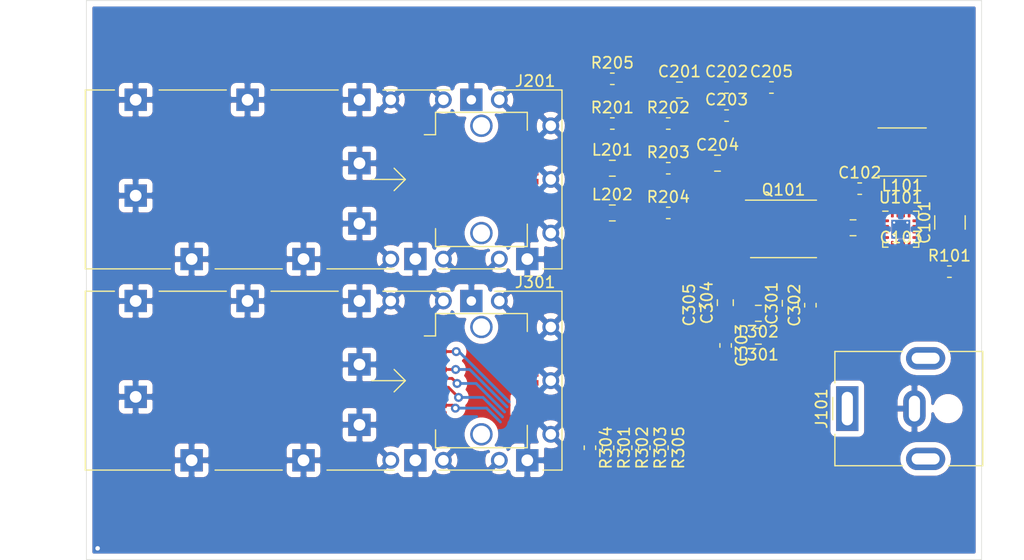
<source format=kicad_pcb>
(kicad_pcb (version 20171130) (host pcbnew 5.1.6)
  (layers (0 F.Cu signal) (31 B.Cu signal) (34 B.Paste user) (35 F.Paste user) (36 B.SilkS user) (37 F.SilkS user) (38 B.Mask user) (39 F.Mask user) (44 Edge.Cuts user))
  (net 0 "")
  (net 1 GND)
  (net 2 /sfp_module_1/RX-)
  (net 3 /sfp_module_1/RX+)
  (net 4 /sfp_module_2/VCC_T)
  (net 5 /sfp_module_2/VCC_R)
  (net 6 /sfp_module_2/RX+)
  (net 7 /sfp_module_2/RX-)
  (net 8 /sfp_module_2/RX_LOS)
  (net 9 /sfp_module_2/TX_FAULT)
  (net 10 /sfp_module_1/VCC_T)
  (net 11 /sfp_module_1/VCC_R)
  (net 12 /sfp_module_1/RX_LOS)
  (net 13 /sfp_module_1/TX_FAULT)
  (net 14 +3V3)
  (net 15 "Net-(C101-Pad1)")
  (net 16 "Net-(C102-Pad1)")
  (net 17 "Net-(J101-Pad1)")
  (net 18 "Net-(J201-Pad7)")
  (net 19 "Net-(J201-Pad6)")
  (net 20 "Net-(J201-Pad5)")
  (net 21 "Net-(J201-Pad4)")
  (net 22 "Net-(J201-Pad3)")
  (net 23 "Net-(J301-Pad7)")
  (net 24 "Net-(J301-Pad6)")
  (net 25 "Net-(J301-Pad5)")
  (net 26 "Net-(J301-Pad4)")
  (net 27 "Net-(J301-Pad3)")
  (net 28 "Net-(L101-Pad1)")
  (net 29 "Net-(R101-Pad2)")
  (module Capacitor_SMD:C_0603_1608Metric (layer F.Cu) (at 235.3 127.225 90)
    (fp_text reference C305 (at 0 -1.43 90) (layer F.SilkS))
    (fp_text value 100nF)
    (fp_line (start -0.162779 -0.51) (end 0.162779 -0.51) (layer F.SilkS) (width 0.12))
    (fp_line (start -0.162779 0.51) (end 0.162779 0.51) (layer F.SilkS) (width 0.12))
    (pad 2 smd roundrect (at 0.7875 0 90) (size 0.875 0.95) (layers F.Cu F.Paste F.Mask) (net 1 GND))
    (pad 1 smd roundrect (at -0.7875 0 90) (size 0.875 0.95) (layers F.Cu F.Paste F.Mask) (net 11 /sfp_module_1/VCC_R))
  )
  (module Capacitor_SMD:C_0805_2012Metric (layer F.Cu) (at 237.1 127.025 90)
    (fp_text reference C304 (at 0 -1.65 90) (layer F.SilkS))
    (fp_text value 10uF)
    (fp_line (start -0.258578 -0.71) (end 0.258578 -0.71) (layer F.SilkS) (width 0.12))
    (fp_line (start -0.258578 0.71) (end 0.258578 0.71) (layer F.SilkS) (width 0.12))
    (pad 2 smd roundrect (at 0.9375 0 90) (size 0.975 1.4) (layers F.Cu F.Paste F.Mask) (net 1 GND))
    (pad 1 smd roundrect (at -0.9375 0 90) (size 0.975 1.4) (layers F.Cu F.Paste F.Mask) (net 11 /sfp_module_1/VCC_R))
  )
  (module Capacitor_SMD:C_0603_1608Metric (layer F.Cu) (at 237.125 130.85 270)
    (fp_text reference C303 (at 0 -1.43 90) (layer F.SilkS))
    (fp_text value 100nF)
    (fp_line (start -0.162779 -0.51) (end 0.162779 -0.51) (layer F.SilkS) (width 0.12))
    (fp_line (start -0.162779 0.51) (end 0.162779 0.51) (layer F.SilkS) (width 0.12))
    (pad 2 smd roundrect (at 0.7875 0 270) (size 0.875 0.95) (layers F.Cu F.Paste F.Mask) (net 1 GND))
    (pad 1 smd roundrect (at -0.7875 0 270) (size 0.875 0.95) (layers F.Cu F.Paste F.Mask) (net 10 /sfp_module_1/VCC_T))
  )
  (module Capacitor_SMD:C_0603_1608Metric (layer F.Cu) (at 244.7 127.25 90)
    (fp_text reference C302 (at 0 -1.43 90) (layer F.SilkS))
    (fp_text value 100nF)
    (fp_line (start -0.162779 -0.51) (end 0.162779 -0.51) (layer F.SilkS) (width 0.12))
    (fp_line (start -0.162779 0.51) (end 0.162779 0.51) (layer F.SilkS) (width 0.12))
    (pad 2 smd roundrect (at 0.7875 0 90) (size 0.875 0.95) (layers F.Cu F.Paste F.Mask) (net 1 GND))
    (pad 1 smd roundrect (at -0.7875 0 90) (size 0.875 0.95) (layers F.Cu F.Paste F.Mask) (net 14 +3V3))
  )
  (module Capacitor_SMD:C_0805_2012Metric (layer F.Cu) (at 242.9 127.075 90)
    (fp_text reference C301 (at 0 -1.65 90) (layer F.SilkS))
    (fp_text value 10uF)
    (fp_line (start -0.258578 -0.71) (end 0.258578 -0.71) (layer F.SilkS) (width 0.12))
    (fp_line (start -0.258578 0.71) (end 0.258578 0.71) (layer F.SilkS) (width 0.12))
    (pad 2 smd roundrect (at 0.9375 0 90) (size 0.975 1.4) (layers F.Cu F.Paste F.Mask) (net 1 GND))
    (pad 1 smd roundrect (at -0.9375 0 90) (size 0.975 1.4) (layers F.Cu F.Paste F.Mask) (net 14 +3V3))
  )
  (module Capacitor_SMD:C_0603_1608Metric (layer F.Cu) (at 241.22 107.78)
    (fp_text reference C205 (at 0 -1.43) (layer F.SilkS))
    (fp_text value 100nF)
    (fp_line (start -0.162779 -0.51) (end 0.162779 -0.51) (layer F.SilkS) (width 0.12))
    (fp_line (start -0.162779 0.51) (end 0.162779 0.51) (layer F.SilkS) (width 0.12))
    (pad 2 smd roundrect (at 0.7875 0) (size 0.875 0.95) (layers F.Cu F.Paste F.Mask) (net 1 GND))
    (pad 1 smd roundrect (at -0.7875 0) (size 0.875 0.95) (layers F.Cu F.Paste F.Mask) (net 5 /sfp_module_2/VCC_R))
  )
  (module Capacitor_SMD:C_0805_2012Metric (layer F.Cu) (at 236.4 114.55)
    (fp_text reference C204 (at 0 -1.65) (layer F.SilkS))
    (fp_text value 10uF)
    (fp_line (start -0.258578 -0.71) (end 0.258578 -0.71) (layer F.SilkS) (width 0.12))
    (fp_line (start -0.258578 0.71) (end 0.258578 0.71) (layer F.SilkS) (width 0.12))
    (pad 2 smd roundrect (at 0.9375 0) (size 0.975 1.4) (layers F.Cu F.Paste F.Mask) (net 1 GND))
    (pad 1 smd roundrect (at -0.9375 0) (size 0.975 1.4) (layers F.Cu F.Paste F.Mask) (net 5 /sfp_module_2/VCC_R))
  )
  (module Capacitor_SMD:C_0603_1608Metric (layer F.Cu) (at 237.21 110.29)
    (fp_text reference C203 (at 0 -1.43) (layer F.SilkS))
    (fp_text value 100nF)
    (fp_line (start -0.162779 -0.51) (end 0.162779 -0.51) (layer F.SilkS) (width 0.12))
    (fp_line (start -0.162779 0.51) (end 0.162779 0.51) (layer F.SilkS) (width 0.12))
    (pad 2 smd roundrect (at 0.7875 0) (size 0.875 0.95) (layers F.Cu F.Paste F.Mask) (net 1 GND))
    (pad 1 smd roundrect (at -0.7875 0) (size 0.875 0.95) (layers F.Cu F.Paste F.Mask) (net 4 /sfp_module_2/VCC_T))
  )
  (module Capacitor_SMD:C_0603_1608Metric (layer F.Cu) (at 237.21 107.78)
    (fp_text reference C202 (at 0 -1.43) (layer F.SilkS))
    (fp_text value 100nF)
    (fp_line (start -0.162779 -0.51) (end 0.162779 -0.51) (layer F.SilkS) (width 0.12))
    (fp_line (start -0.162779 0.51) (end 0.162779 0.51) (layer F.SilkS) (width 0.12))
    (pad 2 smd roundrect (at 0.7875 0) (size 0.875 0.95) (layers F.Cu F.Paste F.Mask) (net 1 GND))
    (pad 1 smd roundrect (at -0.7875 0) (size 0.875 0.95) (layers F.Cu F.Paste F.Mask) (net 14 +3V3))
  )
  (module Capacitor_SMD:C_0805_2012Metric (layer F.Cu) (at 233 108)
    (fp_text reference C201 (at 0 -1.65) (layer F.SilkS))
    (fp_text value 10uF)
    (fp_line (start -0.258578 -0.71) (end 0.258578 -0.71) (layer F.SilkS) (width 0.12))
    (fp_line (start -0.258578 0.71) (end 0.258578 0.71) (layer F.SilkS) (width 0.12))
    (pad 2 smd roundrect (at 0.9375 0) (size 0.975 1.4) (layers F.Cu F.Paste F.Mask) (net 1 GND))
    (pad 1 smd roundrect (at -0.9375 0) (size 0.975 1.4) (layers F.Cu F.Paste F.Mask) (net 14 +3V3))
  )
  (module Connector_BarrelJack:BarrelJack_CUI_PJ-063AH_Horizontal (layer F.Cu) (at 248 136.5 90)
    (fp_text reference J101 (at 0 -2.3 90) (layer F.SilkS))
    (fp_text value Barrel_Jack)
    (fp_line (start -5.11 4.95) (end -5.11 -1.11) (layer F.SilkS) (width 0.12))
    (fp_line (start -5.11 -1.11) (end -2.3 -1.11) (layer F.SilkS) (width 0.12))
    (fp_line (start 2.3 -1.11) (end 5.11 -1.11) (layer F.SilkS) (width 0.12))
    (fp_line (start 5.11 -1.11) (end 5.11 4.95) (layer F.SilkS) (width 0.12))
    (fp_line (start 5.11 9.05) (end 5.11 12.11) (layer F.SilkS) (width 0.12))
    (fp_line (start 5.11 12.11) (end -5.11 12.11) (layer F.SilkS) (width 0.12))
    (fp_line (start -5.11 12.11) (end -5.11 9.05) (layer F.SilkS) (width 0.12))
    (fp_line (start -1 -1.3) (end 1 -1.3) (layer F.SilkS) (width 0.12))
    (pad "" np_thru_hole circle (at 0 9 90) (size 1.6 1.6) (drill 1.6) (layers *.Cu *.Mask))
    (pad MP thru_hole oval (at 4.5 7 90) (size 2 3.5) (drill oval 1 2.5) (layers *.Cu *.Mask))
    (pad MP thru_hole oval (at -4.5 7 90) (size 2 3.5) (drill oval 1 2.5) (layers *.Cu *.Mask))
    (pad 2 thru_hole oval (at 0 6 90) (size 3.3 2) (drill oval 2.3 1) (layers *.Cu *.Mask) (net 1 GND))
    (pad 1 thru_hole rect (at 0 0 90) (size 4 2) (drill oval 3 1) (layers *.Cu *.Mask) (net 17 "Net-(J101-Pad1)"))
  )
  (module Capacitor_SMD:C_0805_2012Metric (layer F.Cu) (at 248.5125 120.325)
    (fp_text reference C103 (at 4.3 0.87) (layer F.SilkS))
    (fp_text value 22uF)
    (fp_line (start -0.258578 -0.71) (end 0.258578 -0.71) (layer F.SilkS) (width 0.12))
    (fp_line (start -0.258578 0.71) (end 0.258578 0.71) (layer F.SilkS) (width 0.12))
    (pad 2 smd roundrect (at 0.9375 0) (size 0.975 1.4) (layers F.Cu F.Paste F.Mask) (net 1 GND))
    (pad 1 smd roundrect (at -0.9375 0) (size 0.975 1.4) (layers F.Cu F.Paste F.Mask) (net 14 +3V3))
  )
  (module Capacitor_SMD:C_0603_1608Metric (layer F.Cu) (at 249.11 116.825)
    (fp_text reference C102 (at 0 -1.43) (layer F.SilkS))
    (fp_text value 3.3nF)
    (fp_line (start -0.162779 -0.51) (end 0.162779 -0.51) (layer F.SilkS) (width 0.12))
    (fp_line (start -0.162779 0.51) (end 0.162779 0.51) (layer F.SilkS) (width 0.12))
    (pad 2 smd roundrect (at 0.7875 0) (size 0.875 0.95) (layers F.Cu F.Paste F.Mask) (net 1 GND))
    (pad 1 smd roundrect (at -0.7875 0) (size 0.875 0.95) (layers F.Cu F.Paste F.Mask) (net 16 "Net-(C102-Pad1)"))
  )
  (module Capacitor_SMD:C_1210_3225Metric (layer F.Cu) (at 257.175 119.85 90)
    (fp_text reference C101 (at 0 -2.28 90) (layer F.SilkS))
    (fp_text value 10uF)
    (fp_line (start -0.602064 -1.36) (end 0.602064 -1.36) (layer F.SilkS) (width 0.12))
    (fp_line (start -0.602064 1.36) (end 0.602064 1.36) (layer F.SilkS) (width 0.12))
    (pad 2 smd roundrect (at 1.4 0 90) (size 1.25 2.65) (layers F.Cu F.Paste F.Mask) (roundrect_rratio 0.2) (net 1 GND))
    (pad 1 smd roundrect (at -1.4 0 90) (size 1.25 2.65) (layers F.Cu F.Paste F.Mask) (roundrect_rratio 0.2) (net 15 "Net-(C101-Pad1)"))
  )
  (module Resistor_SMD:R_0603_1608Metric (layer F.Cu) (at 257.125 124.25)
    (fp_text reference R101 (at 0 -1.43) (layer F.SilkS))
    (fp_text value 100k)
    (fp_line (start -0.162779 -0.51) (end 0.162779 -0.51) (layer F.SilkS) (width 0.12))
    (fp_line (start -0.162779 0.51) (end 0.162779 0.51) (layer F.SilkS) (width 0.12))
    (pad 2 smd roundrect (at 0.7875 0) (size 0.875 0.95) (layers F.Cu F.Paste F.Mask) (net 29 "Net-(R101-Pad2)"))
    (pad 1 smd roundrect (at -0.7875 0) (size 0.875 0.95) (layers F.Cu F.Paste F.Mask) (net 14 +3V3))
  )
  (module Package_SO:PowerPAK_SO-8_Single (layer F.Cu) (at 242.3 120.425)
    (fp_text reference Q101 (at 0 -3.5) (layer F.SilkS))
    (fp_text value Q_PMOS_DGS)
    (fp_line (start -3.4 -2.57) (end 2.945 -2.57) (layer F.SilkS) (width 0.12))
    (fp_line (start -2.945 2.57) (end 2.945 2.57) (layer F.SilkS) (width 0.12))
    (pad 5 smd rect (at 0.69 0) (size 3.81 3.91) (layers F.Cu F.Paste F.Mask))
    (pad 5 smd rect (at 2.795 -1.905) (size 1.02 0.61) (layers F.Cu F.Paste F.Mask))
    (pad 5 smd rect (at 2.795 -0.635) (size 1.02 0.61) (layers F.Cu F.Paste F.Mask))
    (pad 5 smd rect (at 2.795 0.635) (size 1.02 0.61) (layers F.Cu F.Paste F.Mask))
    (pad 5 smd rect (at 2.795 1.905) (size 1.02 0.61) (layers F.Cu F.Paste F.Mask))
    (pad 4 smd rect (at -2.67 1.905) (size 1.27 0.61) (layers F.Cu F.Paste F.Mask))
    (pad 3 smd rect (at -2.67 0.635) (size 1.27 0.61) (layers F.Cu F.Paste F.Mask) (net 15 "Net-(C101-Pad1)"))
    (pad 2 smd rect (at -2.67 -0.635) (size 1.27 0.61) (layers F.Cu F.Paste F.Mask) (net 1 GND))
    (pad 1 smd rect (at -2.67 -1.905) (size 1.27 0.61) (layers F.Cu F.Paste F.Mask) (net 17 "Net-(J101-Pad1)"))
  )
  (module Inductor_SMD:L_0805_2012Metric (layer F.Cu) (at 240.05 127.975 180)
    (fp_text reference L302 (at 0 -1.65) (layer F.SilkS))
    (fp_text value 1uH)
    (fp_line (start -0.258578 -0.71) (end 0.258578 -0.71) (layer F.SilkS) (width 0.12))
    (fp_line (start -0.258578 0.71) (end 0.258578 0.71) (layer F.SilkS) (width 0.12))
    (pad 2 smd roundrect (at 0.9375 0 180) (size 0.975 1.4) (layers F.Cu F.Paste F.Mask) (net 11 /sfp_module_1/VCC_R))
    (pad 1 smd roundrect (at -0.9375 0 180) (size 0.975 1.4) (layers F.Cu F.Paste F.Mask) (net 14 +3V3))
  )
  (module Inductor_SMD:L_0805_2012Metric (layer F.Cu) (at 240.05 130.025 180)
    (fp_text reference L301 (at 0 -1.65) (layer F.SilkS))
    (fp_text value 1uH)
    (fp_line (start -0.258578 -0.71) (end 0.258578 -0.71) (layer F.SilkS) (width 0.12))
    (fp_line (start -0.258578 0.71) (end 0.258578 0.71) (layer F.SilkS) (width 0.12))
    (pad 2 smd roundrect (at 0.9375 0 180) (size 0.975 1.4) (layers F.Cu F.Paste F.Mask) (net 10 /sfp_module_1/VCC_T))
    (pad 1 smd roundrect (at -0.9375 0 180) (size 0.975 1.4) (layers F.Cu F.Paste F.Mask) (net 14 +3V3))
  )
  (module Inductor_SMD:L_0805_2012Metric (layer F.Cu) (at 227 119)
    (fp_text reference L202 (at 0 -1.65) (layer F.SilkS))
    (fp_text value 1uH)
    (fp_line (start -0.258578 -0.71) (end 0.258578 -0.71) (layer F.SilkS) (width 0.12))
    (fp_line (start -0.258578 0.71) (end 0.258578 0.71) (layer F.SilkS) (width 0.12))
    (pad 2 smd roundrect (at 0.9375 0) (size 0.975 1.4) (layers F.Cu F.Paste F.Mask) (net 5 /sfp_module_2/VCC_R))
    (pad 1 smd roundrect (at -0.9375 0) (size 0.975 1.4) (layers F.Cu F.Paste F.Mask) (net 14 +3V3))
  )
  (module Inductor_SMD:L_0805_2012Metric (layer F.Cu) (at 227 115)
    (fp_text reference L201 (at 0 -1.65) (layer F.SilkS))
    (fp_text value 1uH)
    (fp_line (start -0.258578 -0.71) (end 0.258578 -0.71) (layer F.SilkS) (width 0.12))
    (fp_line (start -0.258578 0.71) (end 0.258578 0.71) (layer F.SilkS) (width 0.12))
    (pad 2 smd roundrect (at 0.9375 0) (size 0.975 1.4) (layers F.Cu F.Paste F.Mask) (net 4 /sfp_module_2/VCC_T))
    (pad 1 smd roundrect (at -0.9375 0) (size 0.975 1.4) (layers F.Cu F.Paste F.Mask) (net 14 +3V3))
  )
  (module Connector:Connector_SFP_and_Cage (layer F.Cu) (at 221.5 134)
    (fp_text reference J301 (at -1.4 -8.8) (layer F.SilkS))
    (fp_text value SFP)
    (fp_line (start -41.6 8) (end -41.6 -8) (layer F.SilkS) (width 0.12))
    (fp_line (start -39 -8) (end -41.6 -8) (layer F.SilkS) (width 0.12))
    (fp_line (start -29 -8) (end -35 -8) (layer F.SilkS) (width 0.12))
    (fp_line (start -19 -8) (end -25 -8) (layer F.SilkS) (width 0.12))
    (fp_line (start -0.7 8) (end 1 8) (layer F.SilkS) (width 0.12))
    (fp_line (start 1 8) (end 1 -8) (layer F.SilkS) (width 0.12))
    (fp_line (start 1 -8) (end -5 -8) (layer F.SilkS) (width 0.12))
    (fp_line (start -10 8) (end -4 8) (layer F.SilkS) (width 0.12))
    (fp_line (start -20 8) (end -14 8) (layer F.SilkS) (width 0.12))
    (fp_line (start -30 8) (end -24 8) (layer F.SilkS) (width 0.12))
    (fp_line (start -34 8) (end -41.6 8) (layer F.SilkS) (width 0.12))
    (fp_line (start -13 0) (end -16 0) (layer F.SilkS) (width 0.12))
    (fp_line (start -13 0) (end -14 1) (layer F.SilkS) (width 0.12))
    (fp_line (start -13 0) (end -14 -1) (layer F.SilkS) (width 0.12))
    (fp_line (start -9 -8) (end -15 -8) (layer F.SilkS) (width 0.12))
    (fp_line (start -2.1 6) (end -10.3 6) (layer F.SilkS) (width 0.12))
    (fp_line (start -2.1 -6) (end -10.3 -6) (layer F.SilkS) (width 0.12))
    (fp_line (start -10.3 -6) (end -10.3 -4) (layer F.SilkS) (width 0.12))
    (fp_line (start -10.3 -4) (end -11.3 -4) (layer F.SilkS) (width 0.12))
    (fp_line (start -2.1 -4.4) (end -2.1 -6) (layer F.SilkS) (width 0.12))
    (fp_line (start -2.1 4) (end -2.1 6) (layer F.SilkS) (width 0.12))
    (fp_line (start -10.3 4.4) (end -10.3 6) (layer F.SilkS) (width 0.12))
    (pad CAGE thru_hole circle (at -9.6 7.125) (size 1.5 1.5) (drill 0.95) (layers *.Cu *.Mask) (net 1 GND))
    (pad CAGE thru_hole circle (at -14.3 7.125) (size 1.5 1.5) (drill 0.95) (layers *.Cu *.Mask) (net 1 GND))
    (pad CAGE thru_hole circle (at -14.3 -7.125) (size 1.5 1.5) (drill 0.95) (layers *.Cu *.Mask) (net 1 GND))
    (pad CAGE thru_hole circle (at -9.6 -7.125) (size 1.5 1.5) (drill 0.95) (layers *.Cu *.Mask) (net 1 GND))
    (pad CAGE thru_hole circle (at -4.6 -7.125) (size 1.5 1.5) (drill 0.95) (layers *.Cu *.Mask) (net 1 GND))
    (pad CAGE thru_hole circle (at -4.6 7.125) (size 1.5 1.5) (drill 0.95) (layers *.Cu *.Mask) (net 1 GND))
    (pad CAGE thru_hole rect (at -17.1 -1.45) (size 2 2) (drill 1.05) (layers *.Cu *.Mask) (net 1 GND))
    (pad CAGE thru_hole rect (at -17.1 3.95) (size 2 2) (drill 1.05) (layers *.Cu *.Mask) (net 1 GND))
    (pad CAGE thru_hole rect (at -37.1 1.45) (size 2 2) (drill 1.05) (layers *.Cu *.Mask) (net 1 GND))
    (pad CAGE thru_hole rect (at -32.1 7.125) (size 2 2) (drill 1.05) (layers *.Cu *.Mask) (net 1 GND))
    (pad CAGE thru_hole rect (at -22.1 7.125) (size 2 2) (drill 1.05) (layers *.Cu *.Mask) (net 1 GND))
    (pad CAGE thru_hole rect (at -12.1 7.125) (size 2 2) (drill 1.05) (layers *.Cu *.Mask) (net 1 GND))
    (pad CAGE thru_hole rect (at -2.1 7.125) (size 2 2) (drill 1.05) (layers *.Cu *.Mask) (net 1 GND))
    (pad CAGE thru_hole circle (at 0 4.8) (size 1.5 1.5) (drill 0.95) (layers *.Cu *.Mask) (net 1 GND))
    (pad CAGE thru_hole circle (at 0 -4.8) (size 1.5 1.5) (drill 0.95) (layers *.Cu *.Mask) (net 1 GND))
    (pad CAGE thru_hole circle (at 0 0) (size 1.5 1.5) (drill 0.95) (layers *.Cu *.Mask) (net 1 GND))
    (pad CAGE thru_hole rect (at -37.1 -7.125) (size 2 2) (drill 1.05) (layers *.Cu *.Mask) (net 1 GND))
    (pad CAGE thru_hole rect (at -27.1 -7.125) (size 2 2) (drill 1.05) (layers *.Cu *.Mask) (net 1 GND))
    (pad CAGE thru_hole rect (at -17.1 -7.125) (size 2 2) (drill 1.05) (layers *.Cu *.Mask) (net 1 GND))
    (pad CAGE thru_hole rect (at -7.1 -7.125) (size 2 2) (drill 0.85) (layers *.Cu *.Mask) (net 1 GND))
    (pad "" np_thru_hole circle (at -6.2 -4.8) (size 2 2) (drill 1.55) (layers *.Cu *.Mask))
    (pad "" np_thru_hole circle (at -6.2 4.8) (size 2 2) (drill 1.55) (layers *.Cu *.Mask))
    (pad 20 smd rect (at -2.1 -3.8) (size 2 0.5) (layers F.Cu F.Paste F.Mask) (net 1 GND))
    (pad 19 smd rect (at -2.1 -3) (size 2 0.5) (layers F.Cu F.Paste F.Mask) (net 7 /sfp_module_2/RX-))
    (pad 18 smd rect (at -2.1 -2.2) (size 2 0.5) (layers F.Cu F.Paste F.Mask) (net 6 /sfp_module_2/RX+))
    (pad 17 smd rect (at -2.1 -1.4) (size 2 0.5) (layers F.Cu F.Paste F.Mask) (net 1 GND))
    (pad 16 smd rect (at -2.1 -0.6) (size 2 0.5) (layers F.Cu F.Paste F.Mask) (net 10 /sfp_module_1/VCC_T))
    (pad 15 smd rect (at -2.1 0.2) (size 2 0.5) (layers F.Cu F.Paste F.Mask) (net 11 /sfp_module_1/VCC_R))
    (pad 14 smd rect (at -2.1 1) (size 2 0.5) (layers F.Cu F.Paste F.Mask) (net 1 GND))
    (pad 13 smd rect (at -2.1 1.8) (size 2 0.5) (layers F.Cu F.Paste F.Mask) (net 3 /sfp_module_1/RX+))
    (pad 12 smd rect (at -2.1 2.6) (size 2 0.5) (layers F.Cu F.Paste F.Mask) (net 2 /sfp_module_1/RX-))
    (pad 11 smd rect (at -2.1 3.4) (size 2 0.5) (layers F.Cu F.Paste F.Mask) (net 1 GND))
    (pad 10 smd rect (at -10.3 3.8) (size 2 0.5) (layers F.Cu F.Paste F.Mask) (net 1 GND))
    (pad 9 smd rect (at -10.3 3) (size 2 0.5) (layers F.Cu F.Paste F.Mask) (net 1 GND))
    (pad 8 smd rect (at -10.3 2.2) (size 2 0.5) (layers F.Cu F.Paste F.Mask) (net 12 /sfp_module_1/RX_LOS))
    (pad 7 smd rect (at -10.3 1.4) (size 2 0.5) (layers F.Cu F.Paste F.Mask) (net 23 "Net-(J301-Pad7)"))
    (pad 6 smd rect (at -10.3 0.6) (size 2 0.5) (layers F.Cu F.Paste F.Mask) (net 24 "Net-(J301-Pad6)"))
    (pad 5 smd rect (at -10.3 -0.2) (size 2 0.5) (layers F.Cu F.Paste F.Mask) (net 25 "Net-(J301-Pad5)"))
    (pad 4 smd rect (at -10.3 -1) (size 2 0.5) (layers F.Cu F.Paste F.Mask) (net 26 "Net-(J301-Pad4)"))
    (pad 3 smd rect (at -10.3 -1.8) (size 2 0.5) (layers F.Cu F.Paste F.Mask) (net 27 "Net-(J301-Pad3)"))
    (pad 2 smd rect (at -10.3 -2.6) (size 2 0.5) (layers F.Cu F.Paste F.Mask) (net 13 /sfp_module_1/TX_FAULT))
    (pad 1 smd rect (at -10.3 -3.4) (size 2 0.5) (layers F.Cu F.Paste F.Mask) (net 1 GND))
  )
  (module Connector:Connector_SFP_and_Cage (layer F.Cu) (at 221.5 116)
    (fp_text reference J201 (at -1.4 -8.8) (layer F.SilkS))
    (fp_text value SFP)
    (fp_line (start -41.6 8) (end -41.6 -8) (layer F.SilkS) (width 0.12))
    (fp_line (start -39 -8) (end -41.6 -8) (layer F.SilkS) (width 0.12))
    (fp_line (start -29 -8) (end -35 -8) (layer F.SilkS) (width 0.12))
    (fp_line (start -19 -8) (end -25 -8) (layer F.SilkS) (width 0.12))
    (fp_line (start -0.7 8) (end 1 8) (layer F.SilkS) (width 0.12))
    (fp_line (start 1 8) (end 1 -8) (layer F.SilkS) (width 0.12))
    (fp_line (start 1 -8) (end -5 -8) (layer F.SilkS) (width 0.12))
    (fp_line (start -10 8) (end -4 8) (layer F.SilkS) (width 0.12))
    (fp_line (start -20 8) (end -14 8) (layer F.SilkS) (width 0.12))
    (fp_line (start -30 8) (end -24 8) (layer F.SilkS) (width 0.12))
    (fp_line (start -34 8) (end -41.6 8) (layer F.SilkS) (width 0.12))
    (fp_line (start -13 0) (end -16 0) (layer F.SilkS) (width 0.12))
    (fp_line (start -13 0) (end -14 1) (layer F.SilkS) (width 0.12))
    (fp_line (start -13 0) (end -14 -1) (layer F.SilkS) (width 0.12))
    (fp_line (start -9 -8) (end -15 -8) (layer F.SilkS) (width 0.12))
    (fp_line (start -2.1 6) (end -10.3 6) (layer F.SilkS) (width 0.12))
    (fp_line (start -2.1 -6) (end -10.3 -6) (layer F.SilkS) (width 0.12))
    (fp_line (start -10.3 -6) (end -10.3 -4) (layer F.SilkS) (width 0.12))
    (fp_line (start -10.3 -4) (end -11.3 -4) (layer F.SilkS) (width 0.12))
    (fp_line (start -2.1 -4.4) (end -2.1 -6) (layer F.SilkS) (width 0.12))
    (fp_line (start -2.1 4) (end -2.1 6) (layer F.SilkS) (width 0.12))
    (fp_line (start -10.3 4.4) (end -10.3 6) (layer F.SilkS) (width 0.12))
    (pad CAGE thru_hole circle (at -9.6 7.125) (size 1.5 1.5) (drill 0.95) (layers *.Cu *.Mask) (net 1 GND))
    (pad CAGE thru_hole circle (at -14.3 7.125) (size 1.5 1.5) (drill 0.95) (layers *.Cu *.Mask) (net 1 GND))
    (pad CAGE thru_hole circle (at -14.3 -7.125) (size 1.5 1.5) (drill 0.95) (layers *.Cu *.Mask) (net 1 GND))
    (pad CAGE thru_hole circle (at -9.6 -7.125) (size 1.5 1.5) (drill 0.95) (layers *.Cu *.Mask) (net 1 GND))
    (pad CAGE thru_hole circle (at -4.6 -7.125) (size 1.5 1.5) (drill 0.95) (layers *.Cu *.Mask) (net 1 GND))
    (pad CAGE thru_hole circle (at -4.6 7.125) (size 1.5 1.5) (drill 0.95) (layers *.Cu *.Mask) (net 1 GND))
    (pad CAGE thru_hole rect (at -17.1 -1.45) (size 2 2) (drill 1.05) (layers *.Cu *.Mask) (net 1 GND))
    (pad CAGE thru_hole rect (at -17.1 3.95) (size 2 2) (drill 1.05) (layers *.Cu *.Mask) (net 1 GND))
    (pad CAGE thru_hole rect (at -37.1 1.45) (size 2 2) (drill 1.05) (layers *.Cu *.Mask) (net 1 GND))
    (pad CAGE thru_hole rect (at -32.1 7.125) (size 2 2) (drill 1.05) (layers *.Cu *.Mask) (net 1 GND))
    (pad CAGE thru_hole rect (at -22.1 7.125) (size 2 2) (drill 1.05) (layers *.Cu *.Mask) (net 1 GND))
    (pad CAGE thru_hole rect (at -12.1 7.125) (size 2 2) (drill 1.05) (layers *.Cu *.Mask) (net 1 GND))
    (pad CAGE thru_hole rect (at -2.1 7.125) (size 2 2) (drill 1.05) (layers *.Cu *.Mask) (net 1 GND))
    (pad CAGE thru_hole circle (at 0 4.8) (size 1.5 1.5) (drill 0.95) (layers *.Cu *.Mask) (net 1 GND))
    (pad CAGE thru_hole circle (at 0 -4.8) (size 1.5 1.5) (drill 0.95) (layers *.Cu *.Mask) (net 1 GND))
    (pad CAGE thru_hole circle (at 0 0) (size 1.5 1.5) (drill 0.95) (layers *.Cu *.Mask) (net 1 GND))
    (pad CAGE thru_hole rect (at -37.1 -7.125) (size 2 2) (drill 1.05) (layers *.Cu *.Mask) (net 1 GND))
    (pad CAGE thru_hole rect (at -27.1 -7.125) (size 2 2) (drill 1.05) (layers *.Cu *.Mask) (net 1 GND))
    (pad CAGE thru_hole rect (at -17.1 -7.125) (size 2 2) (drill 1.05) (layers *.Cu *.Mask) (net 1 GND))
    (pad CAGE thru_hole rect (at -7.1 -7.125) (size 2 2) (drill 0.85) (layers *.Cu *.Mask) (net 1 GND))
    (pad "" np_thru_hole circle (at -6.2 -4.8) (size 2 2) (drill 1.55) (layers *.Cu *.Mask))
    (pad "" np_thru_hole circle (at -6.2 4.8) (size 2 2) (drill 1.55) (layers *.Cu *.Mask))
    (pad 20 smd rect (at -2.1 -3.8) (size 2 0.5) (layers F.Cu F.Paste F.Mask) (net 1 GND))
    (pad 19 smd rect (at -2.1 -3) (size 2 0.5) (layers F.Cu F.Paste F.Mask) (net 2 /sfp_module_1/RX-))
    (pad 18 smd rect (at -2.1 -2.2) (size 2 0.5) (layers F.Cu F.Paste F.Mask) (net 3 /sfp_module_1/RX+))
    (pad 17 smd rect (at -2.1 -1.4) (size 2 0.5) (layers F.Cu F.Paste F.Mask) (net 1 GND))
    (pad 16 smd rect (at -2.1 -0.6) (size 2 0.5) (layers F.Cu F.Paste F.Mask) (net 4 /sfp_module_2/VCC_T))
    (pad 15 smd rect (at -2.1 0.2) (size 2 0.5) (layers F.Cu F.Paste F.Mask) (net 5 /sfp_module_2/VCC_R))
    (pad 14 smd rect (at -2.1 1) (size 2 0.5) (layers F.Cu F.Paste F.Mask) (net 1 GND))
    (pad 13 smd rect (at -2.1 1.8) (size 2 0.5) (layers F.Cu F.Paste F.Mask) (net 6 /sfp_module_2/RX+))
    (pad 12 smd rect (at -2.1 2.6) (size 2 0.5) (layers F.Cu F.Paste F.Mask) (net 7 /sfp_module_2/RX-))
    (pad 11 smd rect (at -2.1 3.4) (size 2 0.5) (layers F.Cu F.Paste F.Mask) (net 1 GND))
    (pad 10 smd rect (at -10.3 3.8) (size 2 0.5) (layers F.Cu F.Paste F.Mask) (net 1 GND))
    (pad 9 smd rect (at -10.3 3) (size 2 0.5) (layers F.Cu F.Paste F.Mask) (net 1 GND))
    (pad 8 smd rect (at -10.3 2.2) (size 2 0.5) (layers F.Cu F.Paste F.Mask) (net 8 /sfp_module_2/RX_LOS))
    (pad 7 smd rect (at -10.3 1.4) (size 2 0.5) (layers F.Cu F.Paste F.Mask) (net 18 "Net-(J201-Pad7)"))
    (pad 6 smd rect (at -10.3 0.6) (size 2 0.5) (layers F.Cu F.Paste F.Mask) (net 19 "Net-(J201-Pad6)"))
    (pad 5 smd rect (at -10.3 -0.2) (size 2 0.5) (layers F.Cu F.Paste F.Mask) (net 20 "Net-(J201-Pad5)"))
    (pad 4 smd rect (at -10.3 -1) (size 2 0.5) (layers F.Cu F.Paste F.Mask) (net 21 "Net-(J201-Pad4)"))
    (pad 3 smd rect (at -10.3 -1.8) (size 2 0.5) (layers F.Cu F.Paste F.Mask) (net 22 "Net-(J201-Pad3)"))
    (pad 2 smd rect (at -10.3 -2.6) (size 2 0.5) (layers F.Cu F.Paste F.Mask) (net 9 /sfp_module_2/TX_FAULT))
    (pad 1 smd rect (at -10.3 -3.4) (size 2 0.5) (layers F.Cu F.Paste F.Mask) (net 1 GND))
  )
  (module Inductor_SMD:L_Coilcraft_XxL4020 (layer F.Cu) (at 252.9 113.55 180)
    (fp_text reference L101 (at 0 -3) (layer F.SilkS))
    (fp_text value L)
    (fp_line (start 2.154 2.154) (end -2.154 2.154) (layer F.SilkS) (width 0.12))
    (fp_line (start -2.154 -2.154) (end 2.154 -2.154) (layer F.SilkS) (width 0.12))
    (pad 2 smd rect (at 1.185 0 180) (size 0.98 3.4) (layers F.Cu F.Paste F.Mask) (net 14 +3V3))
    (pad 1 smd rect (at -1.185 0 180) (size 0.98 3.4) (layers F.Cu F.Paste F.Mask) (net 28 "Net-(L101-Pad1)"))
  )
  (module Package_DFN_QFN:VQFN-16-1EP_3x3mm_P0.5mm_EP1.68x1.68mm_ThermalVias (layer F.Cu) (at 252.775 120.45)
    (fp_text reference U101 (at 0 -2.82) (layer F.SilkS))
    (fp_text value TPS62142)
    (fp_line (start 1.135 -1.61) (end 1.61 -1.61) (layer F.SilkS) (width 0.12))
    (fp_line (start 1.61 -1.61) (end 1.61 -1.135) (layer F.SilkS) (width 0.12))
    (fp_line (start -1.135 1.61) (end -1.61 1.61) (layer F.SilkS) (width 0.12))
    (fp_line (start -1.61 1.61) (end -1.61 1.135) (layer F.SilkS) (width 0.12))
    (fp_line (start 1.135 1.61) (end 1.61 1.61) (layer F.SilkS) (width 0.12))
    (fp_line (start 1.61 1.61) (end 1.61 1.135) (layer F.SilkS) (width 0.12))
    (fp_line (start -1.135 -1.61) (end -1.61 -1.61) (layer F.SilkS) (width 0.12))
    (pad 17 smd rect (at 0 0) (size 1.68 1.68) (layers B.Cu) (net 1 GND))
    (pad 17 thru_hole circle (at 0.59 0.59) (size 0.5 0.5) (drill 0.2) (layers *.Cu) (net 1 GND))
    (pad 17 thru_hole circle (at -0.59 0.59) (size 0.5 0.5) (drill 0.2) (layers *.Cu) (net 1 GND))
    (pad 17 thru_hole circle (at 0.59 -0.59) (size 0.5 0.5) (drill 0.2) (layers *.Cu) (net 1 GND))
    (pad 17 thru_hole circle (at -0.59 -0.59) (size 0.5 0.5) (drill 0.2) (layers *.Cu) (net 1 GND))
    (pad 17 smd rect (at 0 0) (size 1.68 1.68) (layers F.Cu F.Mask) (net 1 GND))
    (pad 16 smd roundrect (at -0.75 -1.4625) (size 0.25 0.825) (layers F.Cu F.Paste F.Mask) (net 1 GND))
    (pad 15 smd roundrect (at -0.25 -1.4625) (size 0.25 0.825) (layers F.Cu F.Paste F.Mask) (net 1 GND))
    (pad 14 smd roundrect (at 0.25 -1.4625) (size 0.25 0.825) (layers F.Cu F.Paste F.Mask) (net 14 +3V3))
    (pad 13 smd roundrect (at 0.75 -1.4625) (size 0.25 0.825) (layers F.Cu F.Paste F.Mask) (net 15 "Net-(C101-Pad1)"))
    (pad 12 smd roundrect (at 1.4625 -0.75) (size 0.825 0.25) (layers F.Cu F.Paste F.Mask) (net 15 "Net-(C101-Pad1)"))
    (pad 11 smd roundrect (at 1.4625 -0.25) (size 0.825 0.25) (layers F.Cu F.Paste F.Mask) (net 15 "Net-(C101-Pad1)"))
    (pad 10 smd roundrect (at 1.4625 0.25) (size 0.825 0.25) (layers F.Cu F.Paste F.Mask) (net 15 "Net-(C101-Pad1)"))
    (pad 9 smd roundrect (at 1.4625 0.75) (size 0.825 0.25) (layers F.Cu F.Paste F.Mask) (net 16 "Net-(C102-Pad1)"))
    (pad 8 smd roundrect (at 0.75 1.4625) (size 0.25 0.825) (layers F.Cu F.Paste F.Mask) (net 1 GND))
    (pad 7 smd roundrect (at 0.25 1.4625) (size 0.25 0.825) (layers F.Cu F.Paste F.Mask) (net 1 GND))
    (pad 6 smd roundrect (at -0.25 1.4625) (size 0.25 0.825) (layers F.Cu F.Paste F.Mask) (net 1 GND))
    (pad 5 smd roundrect (at -0.75 1.4625) (size 0.25 0.825) (layers F.Cu F.Paste F.Mask) (net 1 GND))
    (pad 4 smd roundrect (at -1.4625 0.75) (size 0.825 0.25) (layers F.Cu F.Paste F.Mask) (net 29 "Net-(R101-Pad2)"))
    (pad 3 smd roundrect (at -1.4625 0.25) (size 0.825 0.25) (layers F.Cu F.Paste F.Mask) (net 28 "Net-(L101-Pad1)"))
    (pad 2 smd roundrect (at -1.4625 -0.25) (size 0.825 0.25) (layers F.Cu F.Paste F.Mask) (net 28 "Net-(L101-Pad1)"))
    (pad 1 smd roundrect (at -1.4625 -0.75) (size 0.825 0.25) (layers F.Cu F.Paste F.Mask) (net 28 "Net-(L101-Pad1)"))
  )
  (module Resistor_SMD:R_0603_1608Metric (layer F.Cu) (at 231.475 140 270)
    (fp_text reference R305 (at 0 -1.43 90) (layer F.SilkS))
    (fp_text value 10k)
    (fp_line (start -0.162779 -0.51) (end 0.162779 -0.51) (layer F.SilkS) (width 0.12))
    (fp_line (start -0.162779 0.51) (end 0.162779 0.51) (layer F.SilkS) (width 0.12))
    (pad 2 smd roundrect (at 0.7875 0 270) (size 0.875 0.95) (layers F.Cu F.Paste F.Mask) (net 10 /sfp_module_1/VCC_T))
    (pad 1 smd roundrect (at -0.7875 0 270) (size 0.875 0.95) (layers F.Cu F.Paste F.Mask) (net 13 /sfp_module_1/TX_FAULT))
  )
  (module Resistor_SMD:R_0603_1608Metric (layer F.Cu) (at 225 140 270)
    (fp_text reference R304 (at 0 -1.43 90) (layer F.SilkS))
    (fp_text value 10k)
    (fp_line (start -0.162779 -0.51) (end 0.162779 -0.51) (layer F.SilkS) (width 0.12))
    (fp_line (start -0.162779 0.51) (end 0.162779 0.51) (layer F.SilkS) (width 0.12))
    (pad 2 smd roundrect (at 0.7875 0 270) (size 0.875 0.95) (layers F.Cu F.Paste F.Mask) (net 10 /sfp_module_1/VCC_T))
    (pad 1 smd roundrect (at -0.7875 0 270) (size 0.875 0.95) (layers F.Cu F.Paste F.Mask) (net 12 /sfp_module_1/RX_LOS))
  )
  (module Resistor_SMD:R_0603_1608Metric (layer F.Cu) (at 229.85625 140 270)
    (fp_text reference R303 (at 0 -1.43 90) (layer F.SilkS))
    (fp_text value 10k)
    (fp_line (start -0.162779 -0.51) (end 0.162779 -0.51) (layer F.SilkS) (width 0.12))
    (fp_line (start -0.162779 0.51) (end 0.162779 0.51) (layer F.SilkS) (width 0.12))
    (pad 2 smd roundrect (at 0.7875 0 270) (size 0.875 0.95) (layers F.Cu F.Paste F.Mask) (net 10 /sfp_module_1/VCC_T))
    (pad 1 smd roundrect (at -0.7875 0 270) (size 0.875 0.95) (layers F.Cu F.Paste F.Mask) (net 26 "Net-(J301-Pad4)"))
  )
  (module Resistor_SMD:R_0603_1608Metric (layer F.Cu) (at 228.2375 140 270)
    (fp_text reference R302 (at 0 -1.43 90) (layer F.SilkS))
    (fp_text value 10k)
    (fp_line (start -0.162779 -0.51) (end 0.162779 -0.51) (layer F.SilkS) (width 0.12))
    (fp_line (start -0.162779 0.51) (end 0.162779 0.51) (layer F.SilkS) (width 0.12))
    (pad 2 smd roundrect (at 0.7875 0 270) (size 0.875 0.95) (layers F.Cu F.Paste F.Mask) (net 10 /sfp_module_1/VCC_T))
    (pad 1 smd roundrect (at -0.7875 0 270) (size 0.875 0.95) (layers F.Cu F.Paste F.Mask) (net 25 "Net-(J301-Pad5)"))
  )
  (module Resistor_SMD:R_0603_1608Metric (layer F.Cu) (at 226.61875 140 270)
    (fp_text reference R301 (at 0 -1.43 90) (layer F.SilkS))
    (fp_text value 10k)
    (fp_line (start -0.162779 -0.51) (end 0.162779 -0.51) (layer F.SilkS) (width 0.12))
    (fp_line (start -0.162779 0.51) (end 0.162779 0.51) (layer F.SilkS) (width 0.12))
    (pad 2 smd roundrect (at 0.7875 0 270) (size 0.875 0.95) (layers F.Cu F.Paste F.Mask) (net 10 /sfp_module_1/VCC_T))
    (pad 1 smd roundrect (at -0.7875 0 270) (size 0.875 0.95) (layers F.Cu F.Paste F.Mask) (net 24 "Net-(J301-Pad6)"))
  )
  (module Resistor_SMD:R_0603_1608Metric (layer F.Cu) (at 227 107)
    (fp_text reference R205 (at 0 -1.43) (layer F.SilkS))
    (fp_text value 10k)
    (fp_line (start -0.162779 -0.51) (end 0.162779 -0.51) (layer F.SilkS) (width 0.12))
    (fp_line (start -0.162779 0.51) (end 0.162779 0.51) (layer F.SilkS) (width 0.12))
    (pad 2 smd roundrect (at 0.7875 0) (size 0.875 0.95) (layers F.Cu F.Paste F.Mask) (net 4 /sfp_module_2/VCC_T))
    (pad 1 smd roundrect (at -0.7875 0) (size 0.875 0.95) (layers F.Cu F.Paste F.Mask) (net 9 /sfp_module_2/TX_FAULT))
  )
  (module Resistor_SMD:R_0603_1608Metric (layer F.Cu) (at 232 119)
    (fp_text reference R204 (at 0 -1.43) (layer F.SilkS))
    (fp_text value 10k)
    (fp_line (start -0.162779 -0.51) (end 0.162779 -0.51) (layer F.SilkS) (width 0.12))
    (fp_line (start -0.162779 0.51) (end 0.162779 0.51) (layer F.SilkS) (width 0.12))
    (pad 2 smd roundrect (at 0.7875 0) (size 0.875 0.95) (layers F.Cu F.Paste F.Mask) (net 4 /sfp_module_2/VCC_T))
    (pad 1 smd roundrect (at -0.7875 0) (size 0.875 0.95) (layers F.Cu F.Paste F.Mask) (net 8 /sfp_module_2/RX_LOS))
  )
  (module Resistor_SMD:R_0603_1608Metric (layer F.Cu) (at 232 115)
    (fp_text reference R203 (at 0 -1.43) (layer F.SilkS))
    (fp_text value 10k)
    (fp_line (start -0.162779 -0.51) (end 0.162779 -0.51) (layer F.SilkS) (width 0.12))
    (fp_line (start -0.162779 0.51) (end 0.162779 0.51) (layer F.SilkS) (width 0.12))
    (pad 2 smd roundrect (at 0.7875 0) (size 0.875 0.95) (layers F.Cu F.Paste F.Mask) (net 4 /sfp_module_2/VCC_T))
    (pad 1 smd roundrect (at -0.7875 0) (size 0.875 0.95) (layers F.Cu F.Paste F.Mask) (net 21 "Net-(J201-Pad4)"))
  )
  (module Resistor_SMD:R_0603_1608Metric (layer F.Cu) (at 232 111)
    (fp_text reference R202 (at 0 -1.43) (layer F.SilkS))
    (fp_text value 10k)
    (fp_line (start -0.162779 -0.51) (end 0.162779 -0.51) (layer F.SilkS) (width 0.12))
    (fp_line (start -0.162779 0.51) (end 0.162779 0.51) (layer F.SilkS) (width 0.12))
    (pad 2 smd roundrect (at 0.7875 0) (size 0.875 0.95) (layers F.Cu F.Paste F.Mask) (net 4 /sfp_module_2/VCC_T))
    (pad 1 smd roundrect (at -0.7875 0) (size 0.875 0.95) (layers F.Cu F.Paste F.Mask) (net 20 "Net-(J201-Pad5)"))
  )
  (module Resistor_SMD:R_0603_1608Metric (layer F.Cu) (at 227 111)
    (fp_text reference R201 (at 0 -1.43) (layer F.SilkS))
    (fp_text value 10k)
    (fp_line (start -0.162779 -0.51) (end 0.162779 -0.51) (layer F.SilkS) (width 0.12))
    (fp_line (start -0.162779 0.51) (end 0.162779 0.51) (layer F.SilkS) (width 0.12))
    (pad 2 smd roundrect (at 0.7875 0) (size 0.875 0.95) (layers F.Cu F.Paste F.Mask) (net 4 /sfp_module_2/VCC_T))
    (pad 1 smd roundrect (at -0.7875 0) (size 0.875 0.95) (layers F.Cu F.Paste F.Mask) (net 19 "Net-(J201-Pad6)"))
  )
  (gr_line (start 180 100) (end 180 150) (layer Edge.Cuts) (width 0.05))
  (gr_line (start 260 100) (end 180 100) (layer Edge.Cuts) (width 0.05))
  (gr_line (start 260 150) (end 260 100) (layer Edge.Cuts) (width 0.05))
  (gr_line (start 180 150) (end 260 150) (layer Edge.Cuts) (width 0.05))
  (via (at 181 149) (size 0.8) (drill 0.4) (layers F.Cu B.Cu) (net 1))
  (segment (start 221.075001 131.625) (end 222.6932 131.625) (width 0.2) (layer F.Cu) (net 6))
  (segment (start 220.900001 131.8) (end 221.075001 131.625) (width 0.2) (layer F.Cu) (net 6))
  (segment (start 219.4 131.8) (end 220.900001 131.8) (width 0.2) (layer F.Cu) (net 6))
  (segment (start 222.6932 131.625) (end 227.225 127.0932) (width 0.2) (layer F.Cu) (net 6))
  (segment (start 227.225 127.0932) (end 227.225 123.9068) (width 0.2) (layer F.Cu) (net 6))
  (segment (start 227.225 123.9068) (end 224.225 120.9068) (width 0.2) (layer F.Cu) (net 6))
  (segment (start 224.225 120.9068) (end 224.225 119.9068) (width 0.2) (layer F.Cu) (net 6))
  (segment (start 220.900001 117.8) (end 219.4 117.8) (width 0.2) (layer F.Cu) (net 6))
  (segment (start 222.2932 117.975) (end 221.075001 117.975) (width 0.2) (layer F.Cu) (net 6))
  (segment (start 221.075001 117.975) (end 220.900001 117.8) (width 0.2) (layer F.Cu) (net 6))
  (segment (start 224.225 119.9068) (end 222.2932 117.975) (width 0.2) (layer F.Cu) (net 6))
  (segment (start 219.4 131) (end 220.900001 131) (width 0.2) (layer F.Cu) (net 7))
  (segment (start 222.5068 131.175) (end 226.775 126.9068) (width 0.2) (layer F.Cu) (net 7))
  (segment (start 223.775 121.0932) (end 223.775 120.0932) (width 0.2) (layer F.Cu) (net 7))
  (segment (start 220.900001 131) (end 221.075001 131.175) (width 0.2) (layer F.Cu) (net 7))
  (segment (start 226.775 124.0932) (end 223.775 121.0932) (width 0.2) (layer F.Cu) (net 7))
  (segment (start 221.075001 131.175) (end 222.5068 131.175) (width 0.2) (layer F.Cu) (net 7))
  (segment (start 220.900001 118.6) (end 219.4 118.6) (width 0.2) (layer F.Cu) (net 7))
  (segment (start 226.775 126.9068) (end 226.775 124.0932) (width 0.2) (layer F.Cu) (net 7))
  (segment (start 223.775 120.0932) (end 222.1068 118.425) (width 0.2) (layer F.Cu) (net 7))
  (segment (start 222.1068 118.425) (end 221.075001 118.425) (width 0.2) (layer F.Cu) (net 7))
  (segment (start 221.075001 118.425) (end 220.900001 118.6) (width 0.2) (layer F.Cu) (net 7))
  (segment (start 211.2 136.2) (end 212.714687 136.2) (width 0.25) (layer F.Cu) (net 12))
  (segment (start 212.714687 136.2) (end 212.973273 136.458586) (width 0.25) (layer F.Cu) (net 12))
  (via (at 212.973273 136.458586) (size 0.8) (drill 0.4) (layers F.Cu B.Cu) (net 12))
  (segment (start 217.000044 137.700044) (end 215.758586 136.458586) (width 0.25) (layer B.Cu) (net 12))
  (segment (start 215.758586 136.458586) (end 212.973273 136.458586) (width 0.25) (layer B.Cu) (net 12))
  (via (at 213.05 131.4) (size 0.8) (drill 0.4) (layers F.Cu B.Cu) (net 13))
  (segment (start 213.05 131.4) (end 211.2 131.4) (width 0.25) (layer F.Cu) (net 13))
  (segment (start 217.78641 135.9) (end 213.28641 131.4) (width 0.25) (layer B.Cu) (net 13))
  (segment (start 213.28641 131.4) (end 213.05 131.4) (width 0.25) (layer B.Cu) (net 13))
  (via (at 213.257737 135.499887) (size 0.8) (drill 0.4) (layers F.Cu B.Cu) (net 24))
  (segment (start 211.2 134.6) (end 212.35785 134.6) (width 0.25) (layer F.Cu) (net 24))
  (segment (start 212.857738 135.099888) (end 213.257737 135.499887) (width 0.25) (layer F.Cu) (net 24))
  (segment (start 212.35785 134.6) (end 212.857738 135.099888) (width 0.25) (layer F.Cu) (net 24))
  (segment (start 215.436297 135.499887) (end 213.257737 135.499887) (width 0.25) (layer B.Cu) (net 24))
  (segment (start 217.186443 137.250033) (end 215.436297 135.499887) (width 0.25) (layer B.Cu) (net 24))
  (segment (start 211.2 133.8) (end 212.67468 133.8) (width 0.25) (layer F.Cu) (net 25))
  (via (at 213.125 134.25032) (size 0.8) (drill 0.4) (layers F.Cu B.Cu) (net 25))
  (segment (start 212.67468 133.8) (end 213.125 134.25032) (width 0.25) (layer F.Cu) (net 25))
  (segment (start 217.372842 136.800022) (end 214.82314 134.25032) (width 0.25) (layer B.Cu) (net 25))
  (segment (start 214.82314 134.25032) (end 213.125 134.25032) (width 0.25) (layer B.Cu) (net 25))
  (via (at 213 133) (size 0.8) (drill 0.4) (layers F.Cu B.Cu) (net 26))
  (segment (start 211.2 133) (end 213 133) (width 0.25) (layer F.Cu) (net 26))
  (segment (start 214.249999 133) (end 217.60001 136.350011) (width 0.25) (layer B.Cu) (net 26))
  (segment (start 213 133) (end 214.249999 133) (width 0.25) (layer B.Cu) (net 26))
  (zone (net 1) (net_name GND) (layer F.Cu) (connect_pads (clearance 0.508)) (min_thickness 0.254) (fill yes (arc_segments 32) (thermal_gap 0.508) (thermal_bridge_width 0.508))
    (polygon (pts (xy 260 150) (xy 180 150) (xy 180 100) (xy 260 100)))
  )
  (zone (net 1) (net_name GND) (layer B.Cu) (connect_pads (clearance 0.508)) (min_thickness 0.254) (fill yes (arc_segments 32) (thermal_gap 0.508) (thermal_bridge_width 0.508))
    (polygon (pts (xy 260 150) (xy 180 150) (xy 180 100) (xy 260 100)))
  )
)
</source>
